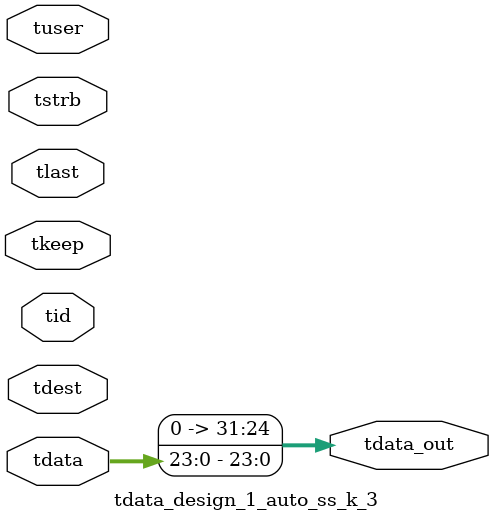
<source format=v>


`timescale 1ps/1ps

module tdata_design_1_auto_ss_k_3 #
(
parameter C_S_AXIS_TDATA_WIDTH = 32,
parameter C_S_AXIS_TUSER_WIDTH = 0,
parameter C_S_AXIS_TID_WIDTH   = 0,
parameter C_S_AXIS_TDEST_WIDTH = 0,
parameter C_M_AXIS_TDATA_WIDTH = 32
)
(
input  [(C_S_AXIS_TDATA_WIDTH == 0 ? 1 : C_S_AXIS_TDATA_WIDTH)-1:0     ] tdata,
input  [(C_S_AXIS_TUSER_WIDTH == 0 ? 1 : C_S_AXIS_TUSER_WIDTH)-1:0     ] tuser,
input  [(C_S_AXIS_TID_WIDTH   == 0 ? 1 : C_S_AXIS_TID_WIDTH)-1:0       ] tid,
input  [(C_S_AXIS_TDEST_WIDTH == 0 ? 1 : C_S_AXIS_TDEST_WIDTH)-1:0     ] tdest,
input  [(C_S_AXIS_TDATA_WIDTH/8)-1:0 ] tkeep,
input  [(C_S_AXIS_TDATA_WIDTH/8)-1:0 ] tstrb,
input                                                                    tlast,
output [C_M_AXIS_TDATA_WIDTH-1:0] tdata_out
);

assign tdata_out = {tdata[23:0]};

endmodule


</source>
